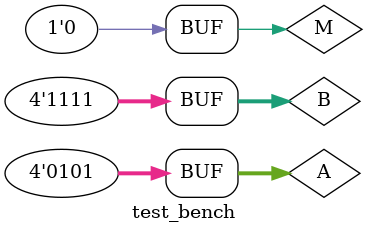
<source format=v>
module fadder_beha(a,b,cin,s,cout);
	input a,b,cin;
	output s,cout;
	reg s, cout;
	always @(*)
		begin
		s = a^b^cin;
		cout = (a&b) | (b&cin) | (cin&a) ; 
		end
endmodule

module AddSub_4bit(A,B,M,S,V,C);
	input [3:0] A,B;
	input M;
	output [3:0]S;
	output V,C;
	wire [3:0]b;
	wire c1,c2,c3;
	xor(b[0],B[0],M);
	xor(b[1],B[1],M);
	xor(b[2],B[2],M);
	xor(b[3],B[3],M);
	fadder_beha f0(A[0],b[0],M,S[0],c1);
	fadder_beha f1(A[1],b[1],c1,S[1],c2);
	fadder_beha f2(A[2],b[2],c2,S[2],c3);
	fadder_beha f3(A[3],b[3],c3,S[3],C);
	xor(V,c3,C);
endmodule


module test_bench;
reg [3:0] A,B;
reg M;
wire [3:0]S;
wire V,C;
AddSub_4bit a(A,B,M,S,V,C);
parameter xyz = 4'b1000;
initial
$monitor(,$time," A=%b, B=%b, M=%b, Sum=%b, Carry=%b, Overflow=%b, parameter[3]=%b ",A,B,M,S,C,V,xyz[3]);
initial
begin
#1 A=4'b0000; B=4'b1010; M=1'b0;
#1 A=4'b0111; B=4'b1111; M=1'b1;
#1 A=4'b1010; B=4'b0101; M=1'b0;
#1 A=4'b0011; B=4'b1011; M=1'b1;
#1 A=4'b0101; B=4'b1111; M=1'b0;
end
initial
begin
$dumpfile("add_sub.vcd");
$dumpvars;
end
endmodule

/*
module test_bench;
reg a,b,cin;
wire s, cout;
fadder_beha f(a,b,cin,s,cout);
initial 
$monitor(,$time," a=%b , b=%b , cin=%b , cout=%b , s=%b",a,b,cin,cout,s);
initial
begin
#1 a=1'b0; b=1'b0; cin=1'b0;
#1 a=1'b1; b=1'b0; cin=1'b0;
#1 a=1'b0; b=1'b1; cin=1'b0;
#1 a=1'b0; b=1'b1; cin=1'b1;
#1 a=1'b1; b=1'b1; cin=1'b1;
#1 a=1'b1; b=1'b0; cin=1'b1; 
end
endmodule
*/
</source>
